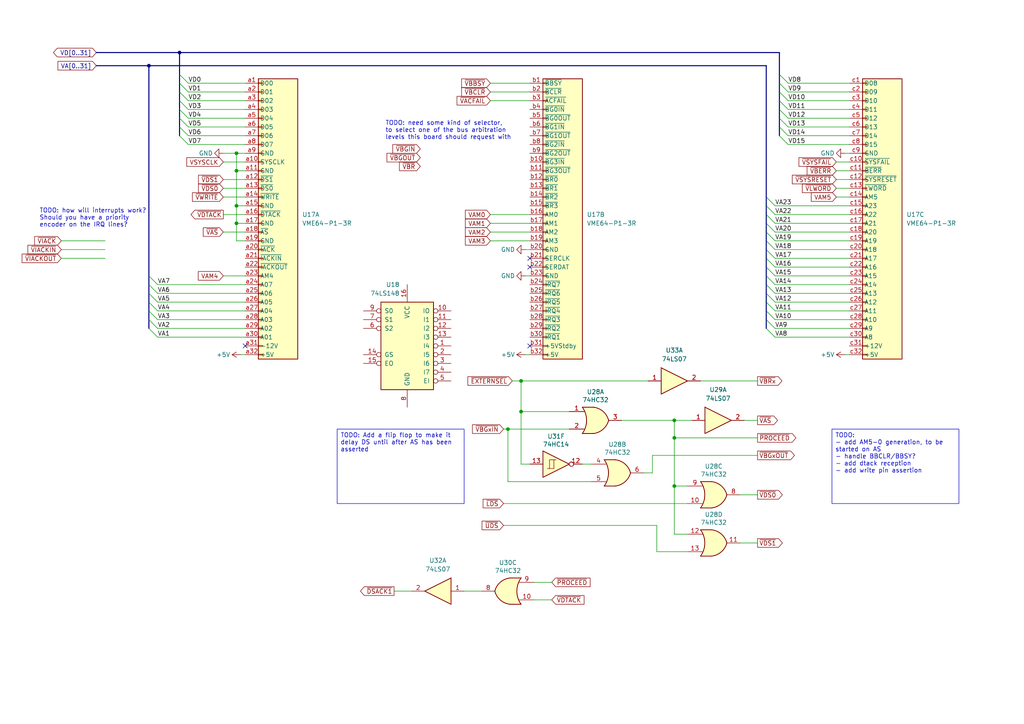
<source format=kicad_sch>
(kicad_sch (version 20231120) (generator "eeschema") (generator_version "8.0")
  (paper "A4")
  (title_block (title "k30s-VME") (rev "1"))
  (lib_symbols
    (symbol "74xx:74HC14" (pin_names (offset 1.016))
      (property "Reference" "U" (at 0 1.27 0))
      (property "Value" "74HC14" (at 0 -1.27 0))
      (symbol "74HC14_1_0"
        (polyline (pts (xy -3.81 3.81) (xy -3.81 -3.81) (xy 3.81 0) (xy -3.81 3.81)) (stroke (width 0.254)) (fill (type background)))
        (pin input line (at -7.62 0 0) (length 3.81) (name "~") (number "1"))
        (pin output inverted (at 7.62 0 180) (length 3.81) (name "~") (number "2"))
      )
      (symbol "74HC14_1_1"
        (polyline (pts (xy -1.905 -1.27) (xy -1.905 1.27) (xy -0.635 1.27)))
        (polyline (pts (xy -2.54 -1.27) (xy -0.635 -1.27) (xy -0.635 1.27) (xy 0 1.27)))
      )
      (symbol "74HC14_2_0"
        (polyline (pts (xy -3.81 3.81) (xy -3.81 -3.81) (xy 3.81 0) (xy -3.81 3.81)) (stroke (width 0.254)) (fill (type background)))
        (pin input line (at -7.62 0 0) (length 3.81) (name "~") (number "3"))
        (pin output inverted (at 7.62 0 180) (length 3.81) (name "~") (number "4"))
      )
      (symbol "74HC14_2_1"
        (polyline (pts (xy -1.905 -1.27) (xy -1.905 1.27) (xy -0.635 1.27)))
        (polyline (pts (xy -2.54 -1.27) (xy -0.635 -1.27) (xy -0.635 1.27) (xy 0 1.27)))
      )
      (symbol "74HC14_3_0"
        (polyline (pts (xy -3.81 3.81) (xy -3.81 -3.81) (xy 3.81 0) (xy -3.81 3.81)) (stroke (width 0.254)) (fill (type background)))
        (pin input line (at -7.62 0 0) (length 3.81) (name "~") (number "5"))
        (pin output inverted (at 7.62 0 180) (length 3.81) (name "~") (number "6"))
      )
      (symbol "74HC14_3_1"
        (polyline (pts (xy -1.905 -1.27) (xy -1.905 1.27) (xy -0.635 1.27)))
        (polyline (pts (xy -2.54 -1.27) (xy -0.635 -1.27) (xy -0.635 1.27) (xy 0 1.27)))
      )
      (symbol "74HC14_4_0"
        (polyline (pts (xy -3.81 3.81) (xy -3.81 -3.81) (xy 3.81 0) (xy -3.81 3.81)) (stroke (width 0.254)) (fill (type background)))
        (pin output inverted (at 7.62 0 180) (length 3.81) (name "~") (number "8"))
        (pin input line (at -7.62 0 0) (length 3.81) (name "~") (number "9"))
      )
      (symbol "74HC14_4_1"
        (polyline (pts (xy -1.905 -1.27) (xy -1.905 1.27) (xy -0.635 1.27)))
        (polyline (pts (xy -2.54 -1.27) (xy -0.635 -1.27) (xy -0.635 1.27) (xy 0 1.27)))
      )
      (symbol "74HC14_5_0"
        (polyline (pts (xy -3.81 3.81) (xy -3.81 -3.81) (xy 3.81 0) (xy -3.81 3.81)) (stroke (width 0.254)) (fill (type background)))
        (pin output inverted (at 7.62 0 180) (length 3.81) (name "~") (number "10"))
        (pin input line (at -7.62 0 0) (length 3.81) (name "~") (number "11"))
      )
      (symbol "74HC14_5_1"
        (polyline (pts (xy -1.905 -1.27) (xy -1.905 1.27) (xy -0.635 1.27)))
        (polyline (pts (xy -2.54 -1.27) (xy -0.635 -1.27) (xy -0.635 1.27) (xy 0 1.27)))
      )
      (symbol "74HC14_6_0"
        (polyline (pts (xy -3.81 3.81) (xy -3.81 -3.81) (xy 3.81 0) (xy -3.81 3.81)) (stroke (width 0.254)) (fill (type background)))
        (pin output inverted (at 7.62 0 180) (length 3.81) (name "~") (number "12"))
        (pin input line (at -7.62 0 0) (length 3.81) (name "~") (number "13"))
      )
      (symbol "74HC14_6_1"
        (polyline (pts (xy -1.905 -1.27) (xy -1.905 1.27) (xy -0.635 1.27)))
        (polyline (pts (xy -2.54 -1.27) (xy -0.635 -1.27) (xy -0.635 1.27) (xy 0 1.27)))
      )
      (symbol "74HC14_7_0"
        (pin power_in line (at 0 12.7 270) (length 5.08) (name "VCC") (number "14"))
        (pin power_in line (at 0 -12.7 90) (length 5.08) (name "GND") (number "7"))
      )
      (symbol "74HC14_7_1"
        (rectangle (start -5.08 7.62) (end 5.08 -7.62) (stroke (width 0.254)) (fill (type background)))
      )
    )
    (symbol "74xx:74LS07" (pin_names (offset 1.016))
      (property "Reference" "U" (at 0 1.27 0))
      (property "Value" "74LS07" (at 0 -1.27 0))
      (symbol "74LS07_1_0"
        (polyline (pts (xy -3.81 3.81) (xy -3.81 -3.81) (xy 3.81 0) (xy -3.81 3.81)) (stroke (width 0.254)) (fill (type background)))
        (pin input line (at -7.62 0 0) (length 3.81) (name "~") (number "1"))
        (pin open_collector line (at 7.62 0 180) (length 3.81) (name "~") (number "2"))
      )
      (symbol "74LS07_2_0"
        (polyline (pts (xy -3.81 3.81) (xy -3.81 -3.81) (xy 3.81 0) (xy -3.81 3.81)) (stroke (width 0.254)) (fill (type background)))
        (pin input line (at -7.62 0 0) (length 3.81) (name "~") (number "3"))
        (pin open_collector line (at 7.62 0 180) (length 3.81) (name "~") (number "4"))
      )
      (symbol "74LS07_3_0"
        (polyline (pts (xy -3.81 3.81) (xy -3.81 -3.81) (xy 3.81 0) (xy -3.81 3.81)) (stroke (width 0.254)) (fill (type background)))
        (pin input line (at -7.62 0 0) (length 3.81) (name "~") (number "5"))
        (pin open_collector line (at 7.62 0 180) (length 3.81) (name "~") (number "6"))
      )
      (symbol "74LS07_4_0"
        (polyline (pts (xy -3.81 3.81) (xy -3.81 -3.81) (xy 3.81 0) (xy -3.81 3.81)) (stroke (width 0.254)) (fill (type background)))
        (pin open_collector line (at 7.62 0 180) (length 3.81) (name "~") (number "8"))
        (pin input line (at -7.62 0 0) (length 3.81) (name "~") (number "9"))
      )
      (symbol "74LS07_5_0"
        (polyline (pts (xy -3.81 3.81) (xy -3.81 -3.81) (xy 3.81 0) (xy -3.81 3.81)) (stroke (width 0.254)) (fill (type background)))
        (pin open_collector line (at 7.62 0 180) (length 3.81) (name "~") (number "10"))
        (pin input line (at -7.62 0 0) (length 3.81) (name "~") (number "11"))
      )
      (symbol "74LS07_6_0"
        (polyline (pts (xy -3.81 3.81) (xy -3.81 -3.81) (xy 3.81 0) (xy -3.81 3.81)) (stroke (width 0.254)) (fill (type background)))
        (pin open_collector line (at 7.62 0 180) (length 3.81) (name "~") (number "12"))
        (pin input line (at -7.62 0 0) (length 3.81) (name "~") (number "13"))
      )
      (symbol "74LS07_7_0"
        (pin power_in line (at 0 12.7 270) (length 5.08) (name "VCC") (number "14"))
        (pin power_in line (at 0 -12.7 90) (length 5.08) (name "GND") (number "7"))
      )
      (symbol "74LS07_7_1"
        (rectangle (start -5.08 7.62) (end 5.08 -7.62) (stroke (width 0.254)) (fill (type background)))
      )
    )
    (symbol "74xx:74LS148" (pin_names (offset 1.016))
      (property "Reference" "U" (at -7.62 13.97 0))
      (property "Value" "74LS148" (at -7.62 -13.97 0))
      (symbol "74LS148_1_0"
        (pin input inverted (at -12.7 0 0) (length 5.08) (name "I4") (number "1"))
        (pin input inverted (at -12.7 10.16 0) (length 5.08) (name "IO") (number "10"))
        (pin input inverted (at -12.7 7.62 0) (length 5.08) (name "I1") (number "11"))
        (pin input inverted (at -12.7 5.08 0) (length 5.08) (name "I2") (number "12"))
        (pin input inverted (at -12.7 2.54 0) (length 5.08) (name "I3") (number "13"))
        (pin output inverted (at 12.7 -2.54 180) (length 5.08) (name "GS") (number "14"))
        (pin output inverted (at 12.7 -5.08 180) (length 5.08) (name "EO") (number "15"))
        (pin power_in line (at 0 17.78 270) (length 5.08) (name "VCC") (number "16"))
        (pin input inverted (at -12.7 -2.54 0) (length 5.08) (name "I5") (number "2"))
        (pin input inverted (at -12.7 -5.08 0) (length 5.08) (name "I6") (number "3"))
        (pin input inverted (at -12.7 -7.62 0) (length 5.08) (name "I7") (number "4"))
        (pin input inverted (at -12.7 -10.16 0) (length 5.08) (name "EI") (number "5"))
        (pin output inverted (at 12.7 5.08 180) (length 5.08) (name "S2") (number "6"))
        (pin output inverted (at 12.7 7.62 180) (length 5.08) (name "S1") (number "7"))
        (pin power_in line (at 0 -17.78 90) (length 5.08) (name "GND") (number "8"))
        (pin output inverted (at 12.7 10.16 180) (length 5.08) (name "S0") (number "9"))
      )
      (symbol "74LS148_1_1"
        (rectangle (start -7.62 12.7) (end 7.62 -12.7) (stroke (width 0.254)) (fill (type background)))
      )
    )
    (symbol "74xx:74LS32" (pin_names (offset 1.016))
      (property "Reference" "U" (at 0 1.27 0))
      (property "Value" "74LS32" (at 0 -1.27 0))
      (symbol "74LS32_1_1"
        (arc (start -3.81 -3.81) (mid -2.589 0) (end -3.81 3.81) (stroke (width 0.254)))
        (arc (start -0.6096 -3.81) (mid 2.1842 -2.5851) (end 3.81 0) (stroke (width 0.254)) (fill (type background)))
        (polyline (pts (xy -3.81 -3.81) (xy -0.635 -3.81)) (stroke (width 0.254)) (fill (type background)))
        (polyline (pts (xy -3.81 3.81) (xy -0.635 3.81)) (stroke (width 0.254)) (fill (type background)))
        (polyline (pts (xy -0.635 3.81) (xy -3.81 3.81) (xy -3.81 3.81) (xy -3.556 3.4036) (xy -3.0226 2.2606) (xy -2.6924 1.0414) (xy -2.6162 -0.254) (xy -2.7686 -1.4986) (xy -3.175 -2.7178) (xy -3.81 -3.81) (xy -3.81 -3.81) (xy -0.635 -3.81)) (stroke (width -25.4)) (fill (type background)))
        (arc (start 3.81 0) (mid 2.1915 2.5936) (end -0.6096 3.81) (stroke (width 0.254)) (fill (type background)))
        (pin input line (at -7.62 2.54 0) (length 4.318) (name "~") (number "1"))
        (pin input line (at -7.62 -2.54 0) (length 4.318) (name "~") (number "2"))
        (pin output line (at 7.62 0 180) (length 3.81) (name "~") (number "3"))
      )
      (symbol "74LS32_1_2"
        (arc (start 0 -3.81) (mid 3.7934 0) (end 0 3.81) (stroke (width 0.254)) (fill (type background)))
        (polyline (pts (xy 0 3.81) (xy -3.81 3.81) (xy -3.81 -3.81) (xy 0 -3.81)) (stroke (width 0.254)) (fill (type background)))
        (pin input inverted (at -7.62 2.54 0) (length 3.81) (name "~") (number "1"))
        (pin input inverted (at -7.62 -2.54 0) (length 3.81) (name "~") (number "2"))
        (pin output inverted (at 7.62 0 180) (length 3.81) (name "~") (number "3"))
      )
      (symbol "74LS32_2_1"
        (arc (start -3.81 -3.81) (mid -2.589 0) (end -3.81 3.81) (stroke (width 0.254)))
        (arc (start -0.6096 -3.81) (mid 2.1842 -2.5851) (end 3.81 0) (stroke (width 0.254)) (fill (type background)))
        (polyline (pts (xy -3.81 -3.81) (xy -0.635 -3.81)) (stroke (width 0.254)) (fill (type background)))
        (polyline (pts (xy -3.81 3.81) (xy -0.635 3.81)) (stroke (width 0.254)) (fill (type background)))
        (polyline (pts (xy -0.635 3.81) (xy -3.81 3.81) (xy -3.81 3.81) (xy -3.556 3.4036) (xy -3.0226 2.2606) (xy -2.6924 1.0414) (xy -2.6162 -0.254) (xy -2.7686 -1.4986) (xy -3.175 -2.7178) (xy -3.81 -3.81) (xy -3.81 -3.81) (xy -0.635 -3.81)) (stroke (width -25.4)) (fill (type background)))
        (arc (start 3.81 0) (mid 2.1915 2.5936) (end -0.6096 3.81) (stroke (width 0.254)) (fill (type background)))
        (pin input line (at -7.62 2.54 0) (length 4.318) (name "~") (number "4"))
        (pin input line (at -7.62 -2.54 0) (length 4.318) (name "~") (number "5"))
        (pin output line (at 7.62 0 180) (length 3.81) (name "~") (number "6"))
      )
      (symbol "74LS32_2_2"
        (arc (start 0 -3.81) (mid 3.7934 0) (end 0 3.81) (stroke (width 0.254)) (fill (type background)))
        (polyline (pts (xy 0 3.81) (xy -3.81 3.81) (xy -3.81 -3.81) (xy 0 -3.81)) (stroke (width 0.254)) (fill (type background)))
        (pin input inverted (at -7.62 2.54 0) (length 3.81) (name "~") (number "4"))
        (pin input inverted (at -7.62 -2.54 0) (length 3.81) (name "~") (number "5"))
        (pin output inverted (at 7.62 0 180) (length 3.81) (name "~") (number "6"))
      )
      (symbol "74LS32_3_1"
        (arc (start -3.81 -3.81) (mid -2.589 0) (end -3.81 3.81) (stroke (width 0.254)))
        (arc (start -0.6096 -3.81) (mid 2.1842 -2.5851) (end 3.81 0) (stroke (width 0.254)) (fill (type background)))
        (polyline (pts (xy -3.81 -3.81) (xy -0.635 -3.81)) (stroke (width 0.254)) (fill (type background)))
        (polyline (pts (xy -3.81 3.81) (xy -0.635 3.81)) (stroke (width 0.254)) (fill (type background)))
        (polyline (pts (xy -0.635 3.81) (xy -3.81 3.81) (xy -3.81 3.81) (xy -3.556 3.4036) (xy -3.0226 2.2606) (xy -2.6924 1.0414) (xy -2.6162 -0.254) (xy -2.7686 -1.4986) (xy -3.175 -2.7178) (xy -3.81 -3.81) (xy -3.81 -3.81) (xy -0.635 -3.81)) (stroke (width -25.4)) (fill (type background)))
        (arc (start 3.81 0) (mid 2.1915 2.5936) (end -0.6096 3.81) (stroke (width 0.254)) (fill (type background)))
        (pin input line (at -7.62 -2.54 0) (length 4.318) (name "~") (number "10"))
        (pin output line (at 7.62 0 180) (length 3.81) (name "~") (number "8"))
        (pin input line (at -7.62 2.54 0) (length 4.318) (name "~") (number "9"))
      )
      (symbol "74LS32_3_2"
        (arc (start 0 -3.81) (mid 3.7934 0) (end 0 3.81) (stroke (width 0.254)) (fill (type background)))
        (polyline (pts (xy 0 3.81) (xy -3.81 3.81) (xy -3.81 -3.81) (xy 0 -3.81)) (stroke (width 0.254)) (fill (type background)))
        (pin input inverted (at -7.62 -2.54 0) (length 3.81) (name "~") (number "10"))
        (pin output inverted (at 7.62 0 180) (length 3.81) (name "~") (number "8"))
        (pin input inverted (at -7.62 2.54 0) (length 3.81) (name "~") (number "9"))
      )
      (symbol "74LS32_4_1"
        (arc (start -3.81 -3.81) (mid -2.589 0) (end -3.81 3.81) (stroke (width 0.254)))
        (arc (start -0.6096 -3.81) (mid 2.1842 -2.5851) (end 3.81 0) (stroke (width 0.254)) (fill (type background)))
        (polyline (pts (xy -3.81 -3.81) (xy -0.635 -3.81)) (stroke (width 0.254)) (fill (type background)))
        (polyline (pts (xy -3.81 3.81) (xy -0.635 3.81)) (stroke (width 0.254)) (fill (type background)))
        (polyline (pts (xy -0.635 3.81) (xy -3.81 3.81) (xy -3.81 3.81) (xy -3.556 3.4036) (xy -3.0226 2.2606) (xy -2.6924 1.0414) (xy -2.6162 -0.254) (xy -2.7686 -1.4986) (xy -3.175 -2.7178) (xy -3.81 -3.81) (xy -3.81 -3.81) (xy -0.635 -3.81)) (stroke (width -25.4)) (fill (type background)))
        (arc (start 3.81 0) (mid 2.1915 2.5936) (end -0.6096 3.81) (stroke (width 0.254)) (fill (type background)))
        (pin output line (at 7.62 0 180) (length 3.81) (name "~") (number "11"))
        (pin input line (at -7.62 2.54 0) (length 4.318) (name "~") (number "12"))
        (pin input line (at -7.62 -2.54 0) (length 4.318) (name "~") (number "13"))
      )
      (symbol "74LS32_4_2"
        (arc (start 0 -3.81) (mid 3.7934 0) (end 0 3.81) (stroke (width 0.254)) (fill (type background)))
        (polyline (pts (xy 0 3.81) (xy -3.81 3.81) (xy -3.81 -3.81) (xy 0 -3.81)) (stroke (width 0.254)) (fill (type background)))
        (pin output inverted (at 7.62 0 180) (length 3.81) (name "~") (number "11"))
        (pin input inverted (at -7.62 2.54 0) (length 3.81) (name "~") (number "12"))
        (pin input inverted (at -7.62 -2.54 0) (length 3.81) (name "~") (number "13"))
      )
      (symbol "74LS32_5_0"
        (pin power_in line (at 0 12.7 270) (length 5.08) (name "VCC") (number "14"))
        (pin power_in line (at 0 -12.7 90) (length 5.08) (name "GND") (number "7"))
      )
      (symbol "74LS32_5_1"
        (rectangle (start -5.08 7.62) (end 5.08 -7.62) (stroke (width 0.254)) (fill (type background)))
      )
    )
    (symbol "Computie_Connectors:VME64-P1-3R"
      (property "Reference" "U" (at 0 40.64 0))
      (property "Value" "VME64-P1-3R" (at 0 40.64 0))
      (symbol "VME64-P1-3R_1_1"
        (rectangle (start -1.27 -40.513) (end 0 -40.767) (stroke (width 0.1524)))
        (rectangle (start -1.27 -37.973) (end 0 -38.227) (stroke (width 0.1524)))
        (rectangle (start -1.27 -35.433) (end 0 -35.687) (stroke (width 0.1524)))
        (rectangle (start -1.27 -32.893) (end 0 -33.147) (stroke (width 0.1524)))
        (rectangle (start -1.27 -30.353) (end 0 -30.607) (stroke (width 0.1524)))
        (rectangle (start -1.27 -27.813) (end 0 -28.067) (stroke (width 0.1524)))
        (rectangle (start -1.27 -25.273) (end 0 -25.527) (stroke (width 0.1524)))
        (rectangle (start -1.27 -22.733) (end 0 -22.987) (stroke (width 0.1524)))
        (rectangle (start -1.27 -20.193) (end 0 -20.447) (stroke (width 0.1524)))
        (rectangle (start -1.27 -17.653) (end 0 -17.907) (stroke (width 0.1524)))
        (rectangle (start -1.27 -15.113) (end 0 -15.367) (stroke (width 0.1524)))
        (rectangle (start -1.27 -12.573) (end 0 -12.827) (stroke (width 0.1524)))
        (rectangle (start -1.27 -10.033) (end 0 -10.287) (stroke (width 0.1524)))
        (rectangle (start -1.27 -7.493) (end 0 -7.747) (stroke (width 0.1524)))
        (rectangle (start -1.27 -4.953) (end 0 -5.207) (stroke (width 0.1524)))
        (rectangle (start -1.27 -2.413) (end 0 -2.667) (stroke (width 0.1524)))
        (rectangle (start -1.27 0.127) (end 0 -0.127) (stroke (width 0.1524)))
        (rectangle (start -1.27 2.667) (end 0 2.413) (stroke (width 0.1524)))
        (rectangle (start -1.27 5.207) (end 0 4.953) (stroke (width 0.1524)))
        (rectangle (start -1.27 7.747) (end 0 7.493) (stroke (width 0.1524)))
        (rectangle (start -1.27 10.287) (end 0 10.033) (stroke (width 0.1524)))
        (rectangle (start -1.27 12.827) (end 0 12.573) (stroke (width 0.1524)))
        (rectangle (start -1.27 15.367) (end 0 15.113) (stroke (width 0.1524)))
        (rectangle (start -1.27 17.907) (end 0 17.653) (stroke (width 0.1524)))
        (rectangle (start -1.27 20.447) (end 0 20.193) (stroke (width 0.1524)))
        (rectangle (start -1.27 22.987) (end 0 22.733) (stroke (width 0.1524)))
        (rectangle (start -1.27 25.527) (end 0 25.273) (stroke (width 0.1524)))
        (rectangle (start -1.27 28.067) (end 0 27.813) (stroke (width 0.1524)))
        (rectangle (start -1.27 30.607) (end 0 30.353) (stroke (width 0.1524)))
        (rectangle (start -1.27 33.147) (end 0 32.893) (stroke (width 0.1524)))
        (rectangle (start -1.27 35.687) (end 0 35.433) (stroke (width 0.1524)))
        (rectangle (start -1.27 38.227) (end 0 37.973) (stroke (width 0.1524)))
        (rectangle (start -1.27 39.37) (end 10.16 -41.91) (stroke (width 0.254)) (fill (type background)))
        (pin bidirectional line (at -5.08 38.1 0) (length 3.81) (name "D00") (number "a1"))
        (pin output line (at -5.08 15.24 0) (length 3.81) (name "SYSCLK") (number "a10"))
        (pin power_out line (at -5.08 12.7 0) (length 3.81) (name "GND") (number "a11"))
        (pin bidirectional line (at -5.08 10.16 0) (length 3.81) (name "~{DS1}") (number "a12"))
        (pin bidirectional line (at -5.08 7.62 0) (length 3.81) (name "~{DS0}") (number "a13"))
        (pin bidirectional line (at -5.08 5.08 0) (length 3.81) (name "~{WRITE}") (number "a14"))
        (pin power_out line (at -5.08 2.54 0) (length 3.81) (name "GND") (number "a15"))
        (pin bidirectional line (at -5.08 0 0) (length 3.81) (name "~{DTACK}") (number "a16"))
        (pin power_out line (at -5.08 -2.54 0) (length 3.81) (name "GND") (number "a17"))
        (pin bidirectional line (at -5.08 -5.08 0) (length 3.81) (name "~{AS}") (number "a18"))
        (pin power_out line (at -5.08 -7.62 0) (length 3.81) (name "GND") (number "a19"))
        (pin bidirectional line (at -5.08 35.56 0) (length 3.81) (name "D01") (number "a2"))
        (pin bidirectional line (at -5.08 -10.16 0) (length 3.81) (name "~{IACK}") (number "a20"))
        (pin input line (at -5.08 -12.7 0) (length 3.81) (name "~{IACKIN}") (number "a21"))
        (pin output line (at -5.08 -15.24 0) (length 3.81) (name "~{IACKOUT}") (number "a22"))
        (pin bidirectional line (at -5.08 -17.78 0) (length 3.81) (name "AM4") (number "a23"))
        (pin bidirectional line (at -5.08 -20.32 0) (length 3.81) (name "A07") (number "a24"))
        (pin bidirectional line (at -5.08 -22.86 0) (length 3.81) (name "A06") (number "a25"))
        (pin bidirectional line (at -5.08 -25.4 0) (length 3.81) (name "A05") (number "a26"))
        (pin bidirectional line (at -5.08 -27.94 0) (length 3.81) (name "A04") (number "a27"))
        (pin bidirectional line (at -5.08 -30.48 0) (length 3.81) (name "A03") (number "a28"))
        (pin bidirectional line (at -5.08 -33.02 0) (length 3.81) (name "A02") (number "a29"))
        (pin bidirectional line (at -5.08 33.02 0) (length 3.81) (name "D02") (number "a3"))
        (pin bidirectional line (at -5.08 -35.56 0) (length 3.81) (name "A01") (number "a30"))
        (pin power_out line (at -5.08 -38.1 0) (length 3.81) (name "-12V") (number "a31"))
        (pin power_out line (at -5.08 -40.64 0) (length 3.81) (name "+5V") (number "a32"))
        (pin bidirectional line (at -5.08 30.48 0) (length 3.81) (name "D03") (number "a4"))
        (pin bidirectional line (at -5.08 27.94 0) (length 3.81) (name "D04") (number "a5"))
        (pin bidirectional line (at -5.08 25.4 0) (length 3.81) (name "D05") (number "a6"))
        (pin bidirectional line (at -5.08 22.86 0) (length 3.81) (name "D06") (number "a7"))
        (pin bidirectional line (at -5.08 20.32 0) (length 3.81) (name "D07") (number "a8"))
        (pin power_out line (at -5.08 17.78 0) (length 3.81) (name "GND") (number "a9"))
      )
      (symbol "VME64-P1-3R_2_1"
        (rectangle (start -1.27 -40.513) (end 0 -40.767) (stroke (width 0.1524)))
        (rectangle (start -1.27 -37.973) (end 0 -38.227) (stroke (width 0.1524)))
        (rectangle (start -1.27 -35.433) (end 0 -35.687) (stroke (width 0.1524)))
        (rectangle (start -1.27 -32.893) (end 0 -33.147) (stroke (width 0.1524)))
        (rectangle (start -1.27 -30.353) (end 0 -30.607) (stroke (width 0.1524)))
        (rectangle (start -1.27 -27.813) (end 0 -28.067) (stroke (width 0.1524)))
        (rectangle (start -1.27 -25.273) (end 0 -25.527) (stroke (width 0.1524)))
        (rectangle (start -1.27 -22.733) (end 0 -22.987) (stroke (width 0.1524)))
        (rectangle (start -1.27 -20.193) (end 0 -20.447) (stroke (width 0.1524)))
        (rectangle (start -1.27 -17.653) (end 0 -17.907) (stroke (width 0.1524)))
        (rectangle (start -1.27 -15.113) (end 0 -15.367) (stroke (width 0.1524)))
        (rectangle (start -1.27 -12.573) (end 0 -12.827) (stroke (width 0.1524)))
        (rectangle (start -1.27 -10.033) (end 0 -10.287) (stroke (width 0.1524)))
        (rectangle (start -1.27 -7.493) (end 0 -7.747) (stroke (width 0.1524)))
        (rectangle (start -1.27 -4.953) (end 0 -5.207) (stroke (width 0.1524)))
        (rectangle (start -1.27 -2.413) (end 0 -2.667) (stroke (width 0.1524)))
        (rectangle (start -1.27 0.127) (end 0 -0.127) (stroke (width 0.1524)))
        (rectangle (start -1.27 2.667) (end 0 2.413) (stroke (width 0.1524)))
        (rectangle (start -1.27 5.207) (end 0 4.953) (stroke (width 0.1524)))
        (rectangle (start -1.27 7.747) (end 0 7.493) (stroke (width 0.1524)))
        (rectangle (start -1.27 10.287) (end 0 10.033) (stroke (width 0.1524)))
        (rectangle (start -1.27 12.827) (end 0 12.573) (stroke (width 0.1524)))
        (rectangle (start -1.27 15.367) (end 0 15.113) (stroke (width 0.1524)))
        (rectangle (start -1.27 17.907) (end 0 17.653) (stroke (width 0.1524)))
        (rectangle (start -1.27 20.447) (end 0 20.193) (stroke (width 0.1524)))
        (rectangle (start -1.27 22.987) (end 0 22.733) (stroke (width 0.1524)))
        (rectangle (start -1.27 25.527) (end 0 25.273) (stroke (width 0.1524)))
        (rectangle (start -1.27 28.067) (end 0 27.813) (stroke (width 0.1524)))
        (rectangle (start -1.27 30.607) (end 0 30.353) (stroke (width 0.1524)))
        (rectangle (start -1.27 33.147) (end 0 32.893) (stroke (width 0.1524)))
        (rectangle (start -1.27 35.687) (end 0 35.433) (stroke (width 0.1524)))
        (rectangle (start -1.27 38.227) (end 0 37.973) (stroke (width 0.1524)))
        (rectangle (start -1.27 39.37) (end 10.16 -41.91) (stroke (width 0.254)) (fill (type background)))
        (pin bidirectional line (at -5.08 38.1 0) (length 3.81) (name "~{BBSY}") (number "b1"))
        (pin input line (at -5.08 15.24 0) (length 3.81) (name "~{BG3IN}") (number "b10"))
        (pin output line (at -5.08 12.7 0) (length 3.81) (name "~{BG3OUT}") (number "b11"))
        (pin bidirectional line (at -5.08 10.16 0) (length 3.81) (name "~{BR0}") (number "b12"))
        (pin bidirectional line (at -5.08 7.62 0) (length 3.81) (name "~{BR1}") (number "b13"))
        (pin bidirectional line (at -5.08 5.08 0) (length 3.81) (name "~{BR2}") (number "b14"))
        (pin bidirectional line (at -5.08 2.54 0) (length 3.81) (name "~{BR3}") (number "b15"))
        (pin bidirectional line (at -5.08 0 0) (length 3.81) (name "AM0") (number "b16"))
        (pin bidirectional line (at -5.08 -2.54 0) (length 3.81) (name "AM1") (number "b17"))
        (pin bidirectional line (at -5.08 -5.08 0) (length 3.81) (name "AM2") (number "b18"))
        (pin bidirectional line (at -5.08 -7.62 0) (length 3.81) (name "AM3") (number "b19"))
        (pin bidirectional line (at -5.08 35.56 0) (length 3.81) (name "~{BCLR}") (number "b2"))
        (pin power_out line (at -5.08 -10.16 0) (length 3.81) (name "GND") (number "b20"))
        (pin bidirectional line (at -5.08 -12.7 0) (length 3.81) (name "SERCLK") (number "b21"))
        (pin bidirectional line (at -5.08 -15.24 0) (length 3.81) (name "SERDAT") (number "b22"))
        (pin power_out line (at -5.08 -17.78 0) (length 3.81) (name "GND") (number "b23"))
        (pin bidirectional line (at -5.08 -20.32 0) (length 3.81) (name "~{IRQ7}") (number "b24"))
        (pin bidirectional line (at -5.08 -22.86 0) (length 3.81) (name "~{IRQ6}") (number "b25"))
        (pin bidirectional line (at -5.08 -25.4 0) (length 3.81) (name "~{IRQ5}") (number "b26"))
        (pin bidirectional line (at -5.08 -27.94 0) (length 3.81) (name "~{IRQ4}") (number "b27"))
        (pin bidirectional line (at -5.08 -30.48 0) (length 3.81) (name "~{IRQ3}") (number "b28"))
        (pin bidirectional line (at -5.08 -33.02 0) (length 3.81) (name "~{IRQ2}") (number "b29"))
        (pin output line (at -5.08 33.02 0) (length 3.81) (name "~{ACFAIL}") (number "b3"))
        (pin bidirectional line (at -5.08 -35.56 0) (length 3.81) (name "~{IRQ1}") (number "b30"))
        (pin power_out line (at -5.08 -38.1 0) (length 3.81) (name "+5VStdby") (number "b31"))
        (pin power_out line (at -5.08 -40.64 0) (length 3.81) (name "+5V") (number "b32"))
        (pin input line (at -5.08 30.48 0) (length 3.81) (name "~{BG0IN}") (number "b4"))
        (pin output line (at -5.08 27.94 0) (length 3.81) (name "~{BG0OUT}") (number "b5"))
        (pin input line (at -5.08 25.4 0) (length 3.81) (name "~{BG1IN}") (number "b6"))
        (pin output line (at -5.08 22.86 0) (length 3.81) (name "~{BG1OUT}") (number "b7"))
        (pin input line (at -5.08 20.32 0) (length 3.81) (name "~{BG2IN}") (number "b8"))
        (pin output line (at -5.08 17.78 0) (length 3.81) (name "~{BG2OUT}") (number "b9"))
      )
      (symbol "VME64-P1-3R_3_1"
        (rectangle (start -1.27 -40.513) (end 0 -40.767) (stroke (width 0.1524)))
        (rectangle (start -1.27 -37.973) (end 0 -38.227) (stroke (width 0.1524)))
        (rectangle (start -1.27 -35.433) (end 0 -35.687) (stroke (width 0.1524)))
        (rectangle (start -1.27 -32.893) (end 0 -33.147) (stroke (width 0.1524)))
        (rectangle (start -1.27 -30.353) (end 0 -30.607) (stroke (width 0.1524)))
        (rectangle (start -1.27 -27.813) (end 0 -28.067) (stroke (width 0.1524)))
        (rectangle (start -1.27 -25.273) (end 0 -25.527) (stroke (width 0.1524)))
        (rectangle (start -1.27 -22.733) (end 0 -22.987) (stroke (width 0.1524)))
        (rectangle (start -1.27 -20.193) (end 0 -20.447) (stroke (width 0.1524)))
        (rectangle (start -1.27 -17.653) (end 0 -17.907) (stroke (width 0.1524)))
        (rectangle (start -1.27 -15.113) (end 0 -15.367) (stroke (width 0.1524)))
        (rectangle (start -1.27 -12.573) (end 0 -12.827) (stroke (width 0.1524)))
        (rectangle (start -1.27 -10.033) (end 0 -10.287) (stroke (width 0.1524)))
        (rectangle (start -1.27 -7.493) (end 0 -7.747) (stroke (width 0.1524)))
        (rectangle (start -1.27 -4.953) (end 0 -5.207) (stroke (width 0.1524)))
        (rectangle (start -1.27 -2.413) (end 0 -2.667) (stroke (width 0.1524)))
        (rectangle (start -1.27 0.127) (end 0 -0.127) (stroke (width 0.1524)))
        (rectangle (start -1.27 2.667) (end 0 2.413) (stroke (width 0.1524)))
        (rectangle (start -1.27 5.207) (end 0 4.953) (stroke (width 0.1524)))
        (rectangle (start -1.27 7.747) (end 0 7.493) (stroke (width 0.1524)))
        (rectangle (start -1.27 10.287) (end 0 10.033) (stroke (width 0.1524)))
        (rectangle (start -1.27 12.827) (end 0 12.573) (stroke (width 0.1524)))
        (rectangle (start -1.27 15.367) (end 0 15.113) (stroke (width 0.1524)))
        (rectangle (start -1.27 17.907) (end 0 17.653) (stroke (width 0.1524)))
        (rectangle (start -1.27 20.447) (end 0 20.193) (stroke (width 0.1524)))
        (rectangle (start -1.27 22.987) (end 0 22.733) (stroke (width 0.1524)))
        (rectangle (start -1.27 25.527) (end 0 25.273) (stroke (width 0.1524)))
        (rectangle (start -1.27 28.067) (end 0 27.813) (stroke (width 0.1524)))
        (rectangle (start -1.27 30.607) (end 0 30.353) (stroke (width 0.1524)))
        (rectangle (start -1.27 33.147) (end 0 32.893) (stroke (width 0.1524)))
        (rectangle (start -1.27 35.687) (end 0 35.433) (stroke (width 0.1524)))
        (rectangle (start -1.27 38.227) (end 0 37.973) (stroke (width 0.1524)))
        (rectangle (start -1.27 39.37) (end 10.16 -41.91) (stroke (width 0.254)) (fill (type background)))
        (pin bidirectional line (at -5.08 38.1 0) (length 3.81) (name "D08") (number "c1"))
        (pin bidirectional line (at -5.08 15.24 0) (length 3.81) (name "~{SYSFAIL}") (number "c10"))
        (pin bidirectional line (at -5.08 12.7 0) (length 3.81) (name "~{BERR}") (number "c11"))
        (pin bidirectional line (at -5.08 10.16 0) (length 3.81) (name "~{SYSRESET}") (number "c12"))
        (pin bidirectional line (at -5.08 7.62 0) (length 3.81) (name "~{LWORD}") (number "c13"))
        (pin bidirectional line (at -5.08 5.08 0) (length 3.81) (name "AM5") (number "c14"))
        (pin bidirectional line (at -5.08 2.54 0) (length 3.81) (name "A23") (number "c15"))
        (pin bidirectional line (at -5.08 0 0) (length 3.81) (name "A22") (number "c16"))
        (pin bidirectional line (at -5.08 -2.54 0) (length 3.81) (name "A21") (number "c17"))
        (pin bidirectional line (at -5.08 -5.08 0) (length 3.81) (name "A20") (number "c18"))
        (pin bidirectional line (at -5.08 -7.62 0) (length 3.81) (name "A19") (number "c19"))
        (pin bidirectional line (at -5.08 35.56 0) (length 3.81) (name "D09") (number "c2"))
        (pin bidirectional line (at -5.08 -10.16 0) (length 3.81) (name "A18") (number "c20"))
        (pin bidirectional line (at -5.08 -12.7 0) (length 3.81) (name "A17") (number "c21"))
        (pin bidirectional line (at -5.08 -15.24 0) (length 3.81) (name "A16") (number "c22"))
        (pin bidirectional line (at -5.08 -17.78 0) (length 3.81) (name "A15") (number "c23"))
        (pin bidirectional line (at -5.08 -20.32 0) (length 3.81) (name "A14") (number "c24"))
        (pin bidirectional line (at -5.08 -22.86 0) (length 3.81) (name "A13") (number "c25"))
        (pin bidirectional line (at -5.08 -25.4 0) (length 3.81) (name "A12") (number "c26"))
        (pin bidirectional line (at -5.08 -27.94 0) (length 3.81) (name "A11") (number "c27"))
        (pin bidirectional line (at -5.08 -30.48 0) (length 3.81) (name "A10") (number "c28"))
        (pin bidirectional line (at -5.08 -33.02 0) (length 3.81) (name "A9") (number "c29"))
        (pin bidirectional line (at -5.08 33.02 0) (length 3.81) (name "D10") (number "c3"))
        (pin bidirectional line (at -5.08 -35.56 0) (length 3.81) (name "A8") (number "c30"))
        (pin power_out line (at -5.08 -38.1 0) (length 3.81) (name "+12V") (number "c31"))
        (pin power_out line (at -5.08 -40.64 0) (length 3.81) (name "+5V") (number "c32"))
        (pin bidirectional line (at -5.08 30.48 0) (length 3.81) (name "D11") (number "c4"))
        (pin bidirectional line (at -5.08 27.94 0) (length 3.81) (name "D12") (number "c5"))
        (pin bidirectional line (at -5.08 25.4 0) (length 3.81) (name "D13") (number "c6"))
        (pin bidirectional line (at -5.08 22.86 0) (length 3.81) (name "D14") (number "c7"))
        (pin bidirectional line (at -5.08 20.32 0) (length 3.81) (name "D15") (number "c8"))
        (pin power_out line (at -5.08 17.78 0) (length 3.81) (name "GND") (number "c9"))
      )
    )
    (symbol "power:+5V" (power) (pin_names (offset 0))
      (property "Value" "+5V" (at 0 3.556 0))
      (symbol "+5V_0_1"
        (polyline (pts (xy -0.762 1.27) (xy 0 2.54)))
        (polyline (pts (xy 0 0) (xy 0 2.54)))
        (polyline (pts (xy 0 2.54) (xy 0.762 1.27)))
      )
      (symbol "+5V_1_1"
        (pin power_in line (at 0 0 90) (length 0) hide (name "+5V") (number "1"))
      )
    )
    (symbol "power:GND" (power) (pin_names (offset 0))
      (property "Value" "GND" (at 0 -3.81 0))
      (symbol "GND_0_1"
        (polyline (pts (xy 0 0) (xy 0 -1.27) (xy 1.27 -1.27) (xy 0 -2.54) (xy -1.27 -1.27) (xy 0 -1.27)))
      )
      (symbol "GND_1_1"
        (pin power_in line (at 0 0 270) (length 0) hide (name "GND") (number "1"))
      )
    )
  )
  (junction (at 151.13 119.38))
  (junction (at 151.13 110.49))
  (junction (at 147.32 124.46))
  (junction (at 68.58 59.69))
  (junction (at 195.58 140.97))
  (junction (at 195.58 127))
  (junction (at 68.58 64.77))
  (junction (at 68.58 49.53))
  (junction (at 68.58 44.45))
  (junction (at 52.07 15.24))
  (junction (at 195.58 121.92))
  (junction (at 43.18 19.05))
  (no_connect (at 153.67 77.47))
  (no_connect (at 71.12 100.33))
  (no_connect (at 153.67 100.33))
  (no_connect (at 153.67 74.93))
  (bus_entry (at 228.6 24.13) (size -2.54 -2.54))
  (bus_entry (at 228.6 41.91) (size -2.54 -2.54))
  (bus_entry (at 54.61 36.83) (size -2.54 -2.54))
  (bus_entry (at 45.72 85.09) (size -2.54 -2.54))
  (bus_entry (at 45.72 95.25) (size -2.54 -2.54))
  (bus_entry (at 224.79 62.23) (size -2.54 -2.54))
  (bus_entry (at 224.79 90.17) (size -2.54 -2.54))
  (bus_entry (at 45.72 82.55) (size -2.54 -2.54))
  (bus_entry (at 224.79 59.69) (size -2.54 -2.54))
  (bus_entry (at 224.79 95.25) (size -2.54 -2.54))
  (bus_entry (at 224.79 74.93) (size -2.54 -2.54))
  (bus_entry (at 224.79 64.77) (size -2.54 -2.54))
  (bus_entry (at 228.6 39.37) (size -2.54 -2.54))
  (bus_entry (at 224.79 69.85) (size -2.54 -2.54))
  (bus_entry (at 228.6 34.29) (size -2.54 -2.54))
  (bus_entry (at 224.79 67.31) (size -2.54 -2.54))
  (bus_entry (at 45.72 92.71) (size -2.54 -2.54))
  (bus_entry (at 54.61 24.13) (size -2.54 -2.54))
  (bus_entry (at 228.6 29.21) (size -2.54 -2.54))
  (bus_entry (at 54.61 39.37) (size -2.54 -2.54))
  (bus_entry (at 224.79 97.79) (size -2.54 -2.54))
  (bus_entry (at 54.61 41.91) (size -2.54 -2.54))
  (bus_entry (at 45.72 87.63) (size -2.54 -2.54))
  (bus_entry (at 54.61 31.75) (size -2.54 -2.54))
  (bus_entry (at 45.72 90.17) (size -2.54 -2.54))
  (bus_entry (at 54.61 34.29) (size -2.54 -2.54))
  (bus_entry (at 224.79 77.47) (size -2.54 -2.54))
  (bus_entry (at 228.6 36.83) (size -2.54 -2.54))
  (bus_entry (at 224.79 80.01) (size -2.54 -2.54))
  (bus_entry (at 224.79 72.39) (size -2.54 -2.54))
  (bus_entry (at 54.61 26.67) (size -2.54 -2.54))
  (bus_entry (at 224.79 87.63) (size -2.54 -2.54))
  (bus_entry (at 224.79 85.09) (size -2.54 -2.54))
  (bus_entry (at 45.72 97.79) (size -2.54 -2.54))
  (bus_entry (at 228.6 26.67) (size -2.54 -2.54))
  (bus_entry (at 228.6 31.75) (size -2.54 -2.54))
  (bus_entry (at 224.79 92.71) (size -2.54 -2.54))
  (bus_entry (at 54.61 29.21) (size -2.54 -2.54))
  (bus_entry (at 224.79 82.55) (size -2.54 -2.54))
  (wire (pts (xy 54.61 39.37) (xy 71.12 39.37)))
  (wire (pts (xy 214.63 143.51) (xy 219.71 143.51)))
  (wire (pts (xy 64.77 46.99) (xy 71.12 46.99)))
  (wire (pts (xy 69.85 102.87) (xy 71.12 102.87)))
  (wire (pts (xy 146.05 124.46) (xy 147.32 124.46)))
  (wire (pts (xy 68.58 44.45) (xy 68.58 49.53)))
  (wire (pts (xy 224.79 62.23) (xy 246.38 62.23)))
  (bus (pts (xy 222.25 19.05) (xy 222.25 57.15)))
  (wire (pts (xy 147.32 124.46) (xy 147.32 139.7)))
  (wire (pts (xy 245.11 102.87) (xy 246.38 102.87)))
  (bus (pts (xy 226.06 31.75) (xy 226.06 34.29)))
  (wire (pts (xy 71.12 44.45) (xy 68.58 44.45)))
  (wire (pts (xy 142.24 24.13) (xy 153.67 24.13)))
  (wire (pts (xy 64.77 44.45) (xy 68.58 44.45)))
  (wire (pts (xy 114.3 171.45) (xy 119.38 171.45)))
  (bus (pts (xy 52.07 21.59) (xy 52.07 24.13)))
  (wire (pts (xy 68.58 59.69) (xy 71.12 59.69)))
  (bus (pts (xy 222.25 87.63) (xy 222.25 90.17)))
  (bus (pts (xy 222.25 90.17) (xy 222.25 92.71)))
  (bus (pts (xy 222.25 82.55) (xy 222.25 85.09)))
  (wire (pts (xy 242.57 57.15) (xy 246.38 57.15)))
  (wire (pts (xy 228.6 39.37) (xy 246.38 39.37)))
  (wire (pts (xy 224.79 69.85) (xy 246.38 69.85)))
  (wire (pts (xy 224.79 92.71) (xy 246.38 92.71)))
  (wire (pts (xy 68.58 69.85) (xy 71.12 69.85)))
  (wire (pts (xy 224.79 85.09) (xy 246.38 85.09)))
  (bus (pts (xy 52.07 15.24) (xy 52.07 21.59)))
  (wire (pts (xy 224.79 67.31) (xy 246.38 67.31)))
  (wire (pts (xy 189.23 137.16) (xy 186.69 137.16)))
  (wire (pts (xy 224.79 72.39) (xy 246.38 72.39)))
  (wire (pts (xy 30.48 72.39) (xy 17.78 72.39)))
  (bus (pts (xy 222.25 80.01) (xy 222.25 82.55)))
  (wire (pts (xy 148.59 110.49) (xy 151.13 110.49)))
  (wire (pts (xy 242.57 46.99) (xy 246.38 46.99)))
  (bus (pts (xy 27.94 15.24) (xy 52.07 15.24)))
  (bus (pts (xy 222.25 64.77) (xy 222.25 67.31)))
  (wire (pts (xy 147.32 139.7) (xy 171.45 139.7)))
  (bus (pts (xy 52.07 24.13) (xy 52.07 26.67)))
  (wire (pts (xy 64.77 67.31) (xy 71.12 67.31)))
  (wire (pts (xy 68.58 64.77) (xy 68.58 69.85)))
  (wire (pts (xy 228.6 41.91) (xy 246.38 41.91)))
  (bus (pts (xy 43.18 95.25) (xy 43.18 92.71)))
  (wire (pts (xy 64.77 54.61) (xy 71.12 54.61)))
  (wire (pts (xy 228.6 24.13) (xy 246.38 24.13)))
  (wire (pts (xy 45.72 92.71) (xy 71.12 92.71)))
  (wire (pts (xy 242.57 52.07) (xy 246.38 52.07)))
  (bus (pts (xy 52.07 26.67) (xy 52.07 29.21)))
  (wire (pts (xy 45.72 90.17) (xy 71.12 90.17)))
  (wire (pts (xy 151.13 119.38) (xy 151.13 134.62)))
  (wire (pts (xy 45.72 85.09) (xy 71.12 85.09)))
  (wire (pts (xy 54.61 41.91) (xy 71.12 41.91)))
  (wire (pts (xy 190.5 152.4) (xy 190.5 160.02)))
  (wire (pts (xy 64.77 57.15) (xy 71.12 57.15)))
  (wire (pts (xy 142.24 26.67) (xy 153.67 26.67)))
  (wire (pts (xy 152.4 80.01) (xy 153.67 80.01)))
  (wire (pts (xy 228.6 34.29) (xy 246.38 34.29)))
  (bus (pts (xy 43.18 90.17) (xy 43.18 87.63)))
  (bus (pts (xy 226.06 29.21) (xy 226.06 31.75)))
  (wire (pts (xy 142.24 69.85) (xy 153.67 69.85)))
  (wire (pts (xy 224.79 74.93) (xy 246.38 74.93)))
  (bus (pts (xy 222.25 72.39) (xy 222.25 74.93)))
  (wire (pts (xy 64.77 80.01) (xy 71.12 80.01)))
  (wire (pts (xy 152.4 72.39) (xy 153.67 72.39)))
  (wire (pts (xy 30.48 69.85) (xy 17.78 69.85)))
  (wire (pts (xy 224.79 80.01) (xy 246.38 80.01)))
  (wire (pts (xy 45.72 82.55) (xy 71.12 82.55)))
  (wire (pts (xy 151.13 110.49) (xy 151.13 119.38)))
  (wire (pts (xy 214.63 157.48) (xy 219.71 157.48)))
  (bus (pts (xy 226.06 15.24) (xy 226.06 21.59)))
  (wire (pts (xy 224.79 90.17) (xy 246.38 90.17)))
  (wire (pts (xy 64.77 52.07) (xy 71.12 52.07)))
  (wire (pts (xy 71.12 64.77) (xy 68.58 64.77)))
  (wire (pts (xy 152.4 102.87) (xy 153.67 102.87)))
  (wire (pts (xy 228.6 36.83) (xy 246.38 36.83)))
  (wire (pts (xy 180.34 121.92) (xy 195.58 121.92)))
  (bus (pts (xy 52.07 36.83) (xy 52.07 39.37)))
  (bus (pts (xy 43.18 19.05) (xy 222.25 19.05)))
  (wire (pts (xy 54.61 31.75) (xy 71.12 31.75)))
  (wire (pts (xy 195.58 121.92) (xy 195.58 127)))
  (bus (pts (xy 222.25 57.15) (xy 222.25 59.69)))
  (wire (pts (xy 224.79 87.63) (xy 246.38 87.63)))
  (wire (pts (xy 190.5 160.02) (xy 199.39 160.02)))
  (bus (pts (xy 43.18 92.71) (xy 43.18 90.17)))
  (wire (pts (xy 242.57 54.61) (xy 246.38 54.61)))
  (wire (pts (xy 228.6 26.67) (xy 246.38 26.67)))
  (wire (pts (xy 224.79 95.25) (xy 246.38 95.25)))
  (bus (pts (xy 43.18 82.55) (xy 43.18 85.09)))
  (wire (pts (xy 71.12 49.53) (xy 68.58 49.53)))
  (wire (pts (xy 154.94 173.99) (xy 160.02 173.99)))
  (wire (pts (xy 151.13 110.49) (xy 187.96 110.49)))
  (wire (pts (xy 189.23 132.08) (xy 219.71 132.08)))
  (wire (pts (xy 142.24 64.77) (xy 153.67 64.77)))
  (wire (pts (xy 195.58 127) (xy 219.71 127)))
  (wire (pts (xy 45.72 87.63) (xy 71.12 87.63)))
  (wire (pts (xy 228.6 31.75) (xy 246.38 31.75)))
  (bus (pts (xy 43.18 87.63) (xy 43.18 85.09)))
  (wire (pts (xy 195.58 121.92) (xy 200.66 121.92)))
  (wire (pts (xy 168.91 134.62) (xy 171.45 134.62)))
  (bus (pts (xy 226.06 34.29) (xy 226.06 36.83)))
  (wire (pts (xy 134.62 171.45) (xy 139.7 171.45)))
  (bus (pts (xy 222.25 69.85) (xy 222.25 72.39)))
  (wire (pts (xy 147.32 124.46) (xy 165.1 124.46)))
  (wire (pts (xy 146.05 146.05) (xy 199.39 146.05)))
  (wire (pts (xy 54.61 29.21) (xy 71.12 29.21)))
  (wire (pts (xy 151.13 119.38) (xy 165.1 119.38)))
  (wire (pts (xy 224.79 82.55) (xy 246.38 82.55)))
  (wire (pts (xy 151.13 134.62) (xy 153.67 134.62)))
  (bus (pts (xy 222.25 74.93) (xy 222.25 77.47)))
  (wire (pts (xy 142.24 67.31) (xy 153.67 67.31)))
  (wire (pts (xy 54.61 26.67) (xy 71.12 26.67)))
  (wire (pts (xy 189.23 132.08) (xy 189.23 137.16)))
  (wire (pts (xy 142.24 62.23) (xy 153.67 62.23)))
  (wire (pts (xy 224.79 77.47) (xy 246.38 77.47)))
  (wire (pts (xy 54.61 36.83) (xy 71.12 36.83)))
  (bus (pts (xy 52.07 31.75) (xy 52.07 34.29)))
  (bus (pts (xy 52.07 15.24) (xy 226.06 15.24)))
  (bus (pts (xy 222.25 77.47) (xy 222.25 80.01)))
  (bus (pts (xy 43.18 80.01) (xy 43.18 82.55)))
  (wire (pts (xy 228.6 29.21) (xy 246.38 29.21)))
  (bus (pts (xy 222.25 59.69) (xy 222.25 62.23)))
  (wire (pts (xy 64.77 62.23) (xy 71.12 62.23)))
  (bus (pts (xy 222.25 92.71) (xy 222.25 95.25)))
  (wire (pts (xy 45.72 95.25) (xy 71.12 95.25)))
  (wire (pts (xy 215.9 121.92) (xy 219.71 121.92)))
  (wire (pts (xy 154.94 168.91) (xy 160.02 168.91)))
  (bus (pts (xy 52.07 29.21) (xy 52.07 31.75)))
  (bus (pts (xy 222.25 62.23) (xy 222.25 64.77)))
  (wire (pts (xy 242.57 49.53) (xy 246.38 49.53)))
  (bus (pts (xy 226.06 26.67) (xy 226.06 29.21)))
  (wire (pts (xy 203.2 110.49) (xy 219.71 110.49)))
  (wire (pts (xy 68.58 59.69) (xy 68.58 64.77)))
  (wire (pts (xy 54.61 24.13) (xy 71.12 24.13)))
  (wire (pts (xy 142.24 29.21) (xy 153.67 29.21)))
  (bus (pts (xy 43.18 19.05) (xy 43.18 80.01)))
  (wire (pts (xy 224.79 64.77) (xy 246.38 64.77)))
  (bus (pts (xy 222.25 67.31) (xy 222.25 69.85)))
  (wire (pts (xy 195.58 140.97) (xy 195.58 154.94)))
  (wire (pts (xy 30.48 74.93) (xy 17.78 74.93)))
  (bus (pts (xy 226.06 24.13) (xy 226.06 26.67)))
  (wire (pts (xy 195.58 154.94) (xy 199.39 154.94)))
  (wire (pts (xy 246.38 44.45) (xy 245.11 44.45)))
  (bus (pts (xy 222.25 85.09) (xy 222.25 87.63)))
  (wire (pts (xy 224.79 97.79) (xy 246.38 97.79)))
  (wire (pts (xy 195.58 127) (xy 195.58 140.97)))
  (wire (pts (xy 45.72 97.79) (xy 71.12 97.79)))
  (bus (pts (xy 226.06 36.83) (xy 226.06 39.37)))
  (bus (pts (xy 226.06 21.59) (xy 226.06 24.13)))
  (wire (pts (xy 68.58 49.53) (xy 68.58 59.69)))
  (bus (pts (xy 52.07 34.29) (xy 52.07 36.83)))
  (wire (pts (xy 224.79 59.69) (xy 246.38 59.69)))
  (wire (pts (xy 54.61 34.29) (xy 71.12 34.29)))
  (wire (pts (xy 195.58 140.97) (xy 199.39 140.97)))
  (wire (pts (xy 146.05 152.4) (xy 190.5 152.4)))
  (bus (pts (xy 27.94 19.05) (xy 43.18 19.05)))
  (text_box "TODO:\n- add AM5-0 generation, to be started on AS\n- handle BBCLR/BBSY?\n- add dtack reception\n- add write pin assertion" (at 241.3 124.46 0) (size 36.83 21.59) (effects (font (size 1.27 1.27)) (justify left top)))
  (text_box "TODO: Add a flip flop to make it delay DS until after AS has been asserted" (at 97.79 124.46 0) (size 36.83 21.59) (effects (font (size 1.27 1.27)) (justify left top)))
  (text_box "3F H H H H H H A24 supervisory block transfer (BLT)\n3E H H H H H L A24 supervisory program access\n3D H H H H L H A24 supervisory data access\n3C H H H H L L A24 supervisory 64-bit block transfer (MBLT)\n3B H H H L H H A24 non privileged block transfer (BLT)\n3A H H H L H L A24 non privileged program access\n39 H H H L L H A24 non privileged data access\n38 H H H L L L A24 non privileged 64-bit block transfer (MBLT)" (at 101.6 210.82 0) (size 68.58 20.32) (effects (font (size 1.27 1.27)) (justify left top)))
  (text_box "2F H L H H H H Configuration ROM/Control & Status Register (CR/CSR)\n2E H L H H H L Reserved\n2D H L H H L H A16 supervisory access\n2C H L H H L L A16 lock command (LCK)\n2B H L H L H H Reserved\n2A H L H L H L Reserved\n29 H L H L L H A16 non-privileged access\n28 H L H L L L Reserved" (at 101.6 234.95 0) (size 74.93 20.32) (effects (font (size 1.27 1.27)) (justify left top)))
  (text "TODO: need some kind of selector,\nto select one of the bus arbitration\nlevels this board should request with" (at 111.76 40.64 0) (effects (font (size 1.27 1.27)) (justify left bottom)))
  (text "TODO: how will interrupts work?\nShould you have a priority\nencoder on the IRQ lines?" (at 11.43 66.04 0) (effects (font (size 1.27 1.27)) (justify left bottom)))
  (label "VD12" (at 228.6 34.29 0))
  (label "VA17" (at 224.79 74.93 0))
  (label "VD11" (at 228.6 31.75 0))
  (label "VD13" (at 228.6 36.83 0))
  (label "VA13" (at 224.79 85.09 0))
  (label "VA4" (at 45.72 90.17 0))
  (label "VA2" (at 45.72 95.25 0))
  (label "VA11" (at 224.79 90.17 0))
  (label "VD6" (at 54.61 39.37 0))
  (label "VD2" (at 54.61 29.21 0))
  (label "VD4" (at 54.61 34.29 0))
  (label "VA8" (at 224.79 97.79 0))
  (label "VA6" (at 45.72 85.09 0))
  (label "VA19" (at 224.79 69.85 0))
  (label "VA1" (at 45.72 97.79 0))
  (label "VA12" (at 224.79 87.63 0))
  (label "VA21" (at 224.79 64.77 0))
  (label "VD7" (at 54.61 41.91 0))
  (label "VA16" (at 224.79 77.47 0))
  (label "VA18" (at 224.79 72.39 0))
  (label "VD3" (at 54.61 31.75 0))
  (label "VD5" (at 54.61 36.83 0))
  (label "VA20" (at 224.79 67.31 0))
  (label "VD15" (at 228.6 41.91 0))
  (label "VA3" (at 45.72 92.71 0))
  (label "VA9" (at 224.79 95.25 0))
  (label "VA22" (at 224.79 62.23 0))
  (label "VA14" (at 224.79 82.55 0))
  (label "VA23" (at 224.79 59.69 0))
  (label "VD10" (at 228.6 29.21 0))
  (label "VD9" (at 228.6 26.67 0))
  (label "VD8" (at 228.6 24.13 0))
  (label "VA10" (at 224.79 92.71 0))
  (label "VD0" (at 54.61 24.13 0))
  (label "VD14" (at 228.6 39.37 0))
  (label "VD1" (at 54.61 26.67 0))
  (label "VA7" (at 45.72 82.55 0))
  (label "VA15" (at 224.79 80.01 0))
  (label "VA5" (at 45.72 87.63 0))
  (global_label "~{VWRITE}" (shape input) (at 64.77 57.15 180) (property "Intersheetrefs" "${INTERSHEET_REFS}" (effects (hide yes))))
  (global_label "~{VSYSFAIL}" (shape input) (at 242.57 46.99 180) (property "Intersheetrefs" "${INTERSHEET_REFS}" (effects (hide yes))))
  (global_label "VD[0..31]" (shape bidirectional) (at 27.94 15.24 180) (property "Intersheetrefs" "${INTERSHEET_REFS}" (effects (hide yes))))
  (global_label "VAM2" (shape input) (at 142.24 67.31 180) (property "Intersheetrefs" "${INTERSHEET_REFS}" (effects (hide yes))))
  (global_label "~{VAS}" (shape input) (at 64.77 67.31 180) (property "Intersheetrefs" "${INTERSHEET_REFS}" (effects (hide yes))))
  (global_label "VAM5" (shape input) (at 242.57 57.15 180) (property "Intersheetrefs" "${INTERSHEET_REFS}" (effects (hide yes))))
  (global_label "~{VBGxOUT}" (shape output) (at 219.71 132.08 0) (property "Intersheetrefs" "${INTERSHEET_REFS}" (effects (hide yes))))
  (global_label "~{VIACKOUT}" (shape input) (at 17.78 74.93 180) (property "Intersheetrefs" "${INTERSHEET_REFS}" (effects (hide yes))))
  (global_label "~{VDTACK}" (shape input) (at 160.02 173.99 0) (property "Intersheetrefs" "${INTERSHEET_REFS}" (effects (hide yes))))
  (global_label "~{VDS0}" (shape output) (at 219.71 143.51 0) (property "Intersheetrefs" "${INTERSHEET_REFS}" (effects (hide yes))))
  (global_label "~{VBRx}" (shape output) (at 219.71 110.49 0) (property "Intersheetrefs" "${INTERSHEET_REFS}" (effects (hide yes))))
  (global_label "VAM3" (shape input) (at 142.24 69.85 180) (property "Intersheetrefs" "${INTERSHEET_REFS}" (effects (hide yes))))
  (global_label "~{VAS}" (shape output) (at 219.71 121.92 0) (property "Intersheetrefs" "${INTERSHEET_REFS}" (effects (hide yes))))
  (global_label "VSYSCLK" (shape input) (at 64.77 46.99 180) (property "Intersheetrefs" "${INTERSHEET_REFS}" (effects (hide yes))))
  (global_label "~{VBCLR}" (shape input) (at 142.24 26.67 180) (property "Intersheetrefs" "${INTERSHEET_REFS}" (effects (hide yes))))
  (global_label "~{DSACK1}" (shape output) (at 114.3 171.45 180) (property "Intersheetrefs" "${INTERSHEET_REFS}" (effects (hide yes))))
  (global_label "~{UDS}" (shape input) (at 146.05 152.4 180) (property "Intersheetrefs" "${INTERSHEET_REFS}" (effects (hide yes))))
  (global_label "~{VACFAIL}" (shape input) (at 142.24 29.21 180) (property "Intersheetrefs" "${INTERSHEET_REFS}" (effects (hide yes))))
  (global_label "~{VBGxIN}" (shape input) (at 146.05 124.46 180) (property "Intersheetrefs" "${INTERSHEET_REFS}" (effects (hide yes))))
  (global_label "VAM4" (shape input) (at 64.77 80.01 180) (property "Intersheetrefs" "${INTERSHEET_REFS}" (effects (hide yes))))
  (global_label "~{PROCEED}" (shape input) (at 160.02 168.91 0) (property "Intersheetrefs" "${INTERSHEET_REFS}" (effects (hide yes))))
  (global_label "~{VBERR}" (shape input) (at 242.57 49.53 180) (property "Intersheetrefs" "${INTERSHEET_REFS}" (effects (hide yes))))
  (global_label "~{VSYSRESET}" (shape input) (at 242.57 52.07 180) (property "Intersheetrefs" "${INTERSHEET_REFS}" (effects (hide yes))))
  (global_label "~{VDS1}" (shape input) (at 64.77 52.07 180) (property "Intersheetrefs" "${INTERSHEET_REFS}" (effects (hide yes))))
  (global_label "~{VDTACK}" (shape output) (at 64.77 62.23 180) (property "Intersheetrefs" "${INTERSHEET_REFS}" (effects (hide yes))))
  (global_label "VAM0" (shape input) (at 142.24 62.23 180) (property "Intersheetrefs" "${INTERSHEET_REFS}" (effects (hide yes))))
  (global_label "~{LDS}" (shape input) (at 146.05 146.05 180) (property "Intersheetrefs" "${INTERSHEET_REFS}" (effects (hide yes))))
  (global_label "~{VBR}" (shape input) (at 121.92 48.26 180) (property "Intersheetrefs" "${INTERSHEET_REFS}" (effects (hide yes))))
  (global_label "~{EXTERNSEL}" (shape input) (at 148.59 110.49 180) (property "Intersheetrefs" "${INTERSHEET_REFS}" (effects (hide yes))))
  (global_label "VAM1" (shape input) (at 142.24 64.77 180) (property "Intersheetrefs" "${INTERSHEET_REFS}" (effects (hide yes))))
  (global_label "~{VLWORD}" (shape input) (at 242.57 54.61 180) (property "Intersheetrefs" "${INTERSHEET_REFS}" (effects (hide yes))))
  (global_label "~{VDS0}" (shape input) (at 64.77 54.61 180) (property "Intersheetrefs" "${INTERSHEET_REFS}" (effects (hide yes))))
  (global_label "~{VIACKIN}" (shape input) (at 17.78 72.39 180) (property "Intersheetrefs" "${INTERSHEET_REFS}" (effects (hide yes))))
  (global_label "VA[0..31]" (shape input) (at 27.94 19.05 180) (property "Intersheetrefs" "${INTERSHEET_REFS}" (effects (hide yes))))
  (global_label "~{VDS1}" (shape output) (at 219.71 157.48 0) (property "Intersheetrefs" "${INTERSHEET_REFS}" (effects (hide yes))))
  (global_label "~{PROCEED}" (shape output) (at 219.71 127 0) (property "Intersheetrefs" "${INTERSHEET_REFS}" (effects (hide yes))))
  (global_label "~{VBBSY}" (shape input) (at 142.24 24.13 180) (property "Intersheetrefs" "${INTERSHEET_REFS}" (effects (hide yes))))
  (global_label "~{VBGOUT}" (shape input) (at 121.92 45.72 180) (property "Intersheetrefs" "${INTERSHEET_REFS}" (effects (hide yes))))
  (global_label "~{VIACK}" (shape input) (at 17.78 69.85 180) (property "Intersheetrefs" "${INTERSHEET_REFS}" (effects (hide yes))))
  (global_label "~{VBGIN}" (shape input) (at 121.92 43.18 180) (property "Intersheetrefs" "${INTERSHEET_REFS}" (effects (hide yes))))
  (symbol (lib_id "74xx:74LS32") (at 207.01 157.48 0) (unit 4)
    (property "Reference" "U28" (at 207.01 149.225 0))
    (property "Value" "74HC32" (at 207.01 151.5364 0))
    (property "Footprint" "Package_SO:TSSOP-14_4.4x5mm_P0.65mm" (effects (hide yes)))
    (property "Datasheet" "http://www.ti.com/lit/gpn/sn74LS32" (effects (hide yes)))
  )
  (symbol (lib_id "power:GND") (at 64.77 44.45 270) (unit 1)
    (property "Reference" "#PWR057" (effects (hide yes)))
    (property "Value" "GND" (at 59.69 44.45 90))
    (instances (project "IVC-k30" (path "" (reference "#PWR057") (unit 1)) (path "" (reference "#PWR032") (unit 1))) (project "k30-SBC" (path "" (reference "#PWR032") (unit 1))))
  )
  (symbol (lib_id "power:GND") (at 245.11 44.45 270) (unit 1)
    (property "Reference" "#PWR053" (effects (hide yes)))
    (property "Value" "GND" (at 240.03 44.45 90))
  )
  (symbol (lib_id "power:GND") (at 152.4 80.01 270) (unit 1)
    (property "Reference" "#PWR064" (effects (hide yes)))
    (property "Value" "GND" (at 147.32 80.01 90))
    (instances (project "IVC-k30" (path "" (reference "#PWR064") (unit 1)) (path "" (reference "#PWR032") (unit 1))) (project "k30-SBC" (path "" (reference "#PWR032") (unit 1))))
  )
  (symbol (lib_id "74xx:74LS32") (at 172.72 121.92 0) (unit 1)
    (property "Reference" "U28" (at 172.72 113.665 0))
    (property "Value" "74HC32" (at 172.72 115.9764 0))
    (property "Footprint" "Package_SO:TSSOP-14_4.4x5mm_P0.65mm" (effects (hide yes)))
    (property "Datasheet" "http://www.ti.com/lit/gpn/sn74LS32" (effects (hide yes)))
  )
  (symbol (lib_id "74xx:74LS148") (at 118.11 100.33 0) (mirror y) (unit 1)
    (property "Reference" "U18" (at 115.9159 82.55 0) (effects (justify left)))
    (property "Value" "74LS148" (at 115.9159 85.09 0) (effects (justify left)))
    (property "Datasheet" "http://www.ti.com/lit/gpn/sn74LS148" (effects (hide yes)))
  )
  (symbol (lib_id "74xx:74LS07") (at 208.28 121.92 0) (unit 1)
    (property "Reference" "U29" (at 208.28 113.03 0))
    (property "Value" "74LS07" (at 208.28 115.57 0))
    (property "Datasheet" "www.ti.com/lit/ds/symlink/sn74ls07.pdf" (effects (hide yes)))
    (property "Description" "Hex Buffers and Drivers With Open Collector High Voltage Outputs" (effects (hide yes)))
  )
  (symbol (lib_id "power:+5V") (at 152.4 102.87 90) (unit 1)
    (property "Reference" "#PWR050" (effects (hide yes)))
    (property "Value" "+5V" (at 147.32 102.87 90))
    (instances (project "IVC-k30" (path "" (reference "#PWR050") (unit 1)) (path "" (reference "#PWR01") (unit 1))) (project "k30-SBC" (path "" (reference "#PWR01") (unit 1))))
  )
  (symbol (lib_id "74xx:74LS32") (at 179.07 137.16 0) (unit 2)
    (property "Reference" "U28" (at 179.07 128.905 0))
    (property "Value" "74HC32" (at 179.07 131.2164 0))
    (property "Footprint" "Package_SO:TSSOP-14_4.4x5mm_P0.65mm" (effects (hide yes)))
    (property "Datasheet" "http://www.ti.com/lit/gpn/sn74LS32" (effects (hide yes)))
  )
  (symbol (lib_id "power:GND") (at 152.4 72.39 270) (unit 1)
    (property "Reference" "#PWR051" (effects (hide yes)))
    (property "Value" "GND" (at 147.32 72.39 90))
    (instances (project "IVC-k30" (path "" (reference "#PWR051") (unit 1)) (path "" (reference "#PWR032") (unit 1))) (project "k30-SBC" (path "" (reference "#PWR032") (unit 1))))
  )
  (symbol (lib_id "74xx:74LS07") (at 127 171.45 0) (mirror y) (unit 1)
    (property "Reference" "U32" (at 127 162.56 0))
    (property "Value" "74LS07" (at 127 165.1 0))
    (property "Datasheet" "www.ti.com/lit/ds/symlink/sn74ls07.pdf" (effects (hide yes)))
    (property "Description" "Hex Buffers and Drivers With Open Collector High Voltage Outputs" (effects (hide yes)))
  )
  (symbol (lib_id "74xx:74HC14") (at 161.29 134.62 0) (unit 6)
    (property "Reference" "U31" (at 161.29 126.5682 0))
    (property "Value" "74HC14" (at 161.29 128.8796 0))
    (property "Footprint" "Package_SO:TSSOP-14_4.4x5mm_P0.65mm" (effects (hide yes)))
    (property "Datasheet" "http://www.ti.com/lit/gpn/sn74HC14" (effects (hide yes)))
  )
  (symbol (lib_id "74xx:74LS32") (at 147.32 171.45 0) (mirror y) (unit 3)
    (property "Reference" "U30" (at 147.32 163.195 0))
    (property "Value" "74HC32" (at 147.32 165.5064 0))
    (property "Footprint" "Package_SO:TSSOP-14_4.4x5mm_P0.65mm" (effects (hide yes)))
    (property "Datasheet" "http://www.ti.com/lit/gpn/sn74LS32" (effects (hide yes)))
  )
  (symbol (lib_id "power:+5V") (at 69.85 102.87 90) (unit 1)
    (property "Reference" "#PWR048" (effects (hide yes)))
    (property "Value" "+5V" (at 64.77 102.87 90))
    (instances (project "IVC-k30" (path "" (reference "#PWR048") (unit 1)) (path "" (reference "#PWR01") (unit 1))) (project "k30-SBC" (path "" (reference "#PWR01") (unit 1))))
  )
  (symbol (lib_id "Computie_Connectors:VME64-P1-3R") (at 158.75 62.23 0) (unit 2)
    (property "Reference" "U17" (at 170.18 62.2299 0) (effects (justify left)))
    (property "Value" "VME64-P1-3R" (at 170.18 64.7699 0) (effects (justify left)))
    (property "Description" "VME64 P1 (Board-side Headers), 3 Row DIN41612 Connector" (effects (hide yes)))
  )
  (symbol (lib_id "Computie_Connectors:VME64-P1-3R") (at 251.46 62.23 0) (unit 3)
    (property "Reference" "U17" (at 262.89 62.2299 0) (effects (justify left)))
    (property "Value" "VME64-P1-3R" (at 262.89 64.7699 0) (effects (justify left)))
    (property "Description" "VME64 P1 (Board-side Headers), 3 Row DIN41612 Connector" (effects (hide yes)))
  )
  (symbol (lib_id "Computie_Connectors:VME64-P1-3R") (at 76.2 62.23 0) (unit 1)
    (property "Reference" "U17" (at 87.63 62.2299 0) (effects (justify left)))
    (property "Value" "VME64-P1-3R" (at 87.63 64.7699 0) (effects (justify left)))
    (property "Description" "VME64 P1 (Board-side Headers), 3 Row DIN41612 Connector" (effects (hide yes)))
  )
  (symbol (lib_id "74xx:74LS32") (at 207.01 143.51 0) (unit 3)
    (property "Reference" "U28" (at 207.01 135.255 0))
    (property "Value" "74HC32" (at 207.01 137.5664 0))
    (property "Footprint" "Package_SO:TSSOP-14_4.4x5mm_P0.65mm" (effects (hide yes)))
    (property "Datasheet" "http://www.ti.com/lit/gpn/sn74LS32" (effects (hide yes)))
  )
  (symbol (lib_id "power:+5V") (at 245.11 102.87 90) (unit 1)
    (property "Reference" "#PWR055" (effects (hide yes)))
    (property "Value" "+5V" (at 240.03 102.87 90))
  )
  (symbol (lib_id "74xx:74LS07") (at 195.58 110.49 0) (unit 1)
    (property "Reference" "U33" (at 195.58 101.6 0))
    (property "Value" "74LS07" (at 195.58 104.14 0))
    (property "Datasheet" "www.ti.com/lit/ds/symlink/sn74ls07.pdf" (effects (hide yes)))
    (property "Description" "Hex Buffers and Drivers With Open Collector High Voltage Outputs" (effects (hide yes)))
  )
)
</source>
